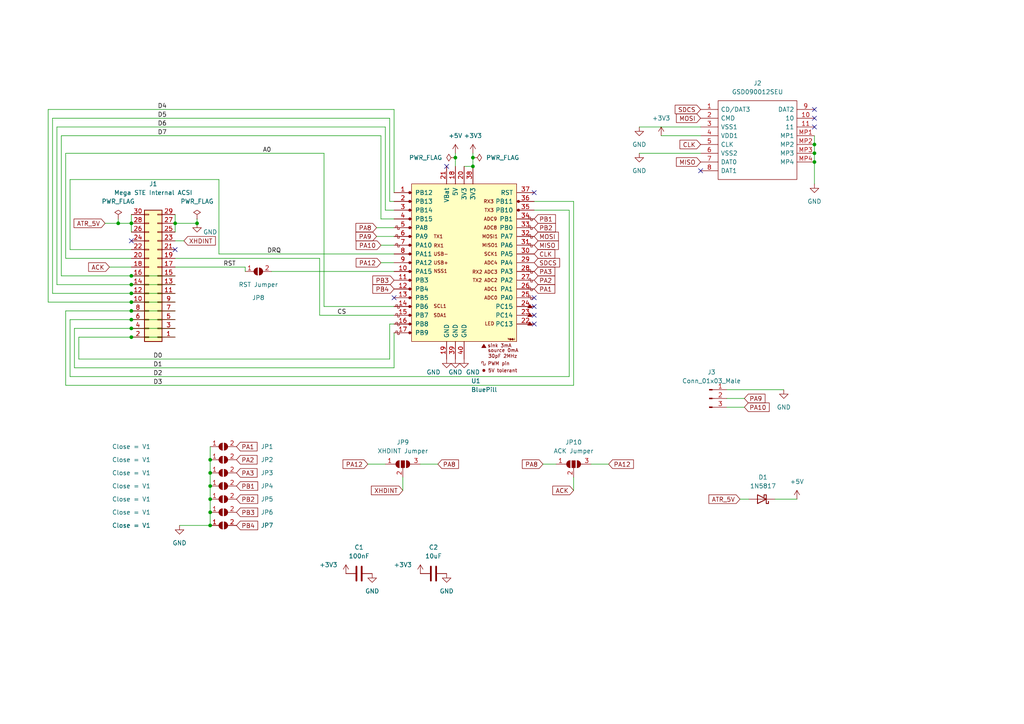
<source format=kicad_sch>
(kicad_sch (version 20211123) (generator eeschema)
  (paper "A4")
  (title_block (title "Atari Mega STE ACSI2STM Internal adapter") (date "2022-01-17") (rev "1.1") (company "SOJAVA"))
  (lib_symbols
    (symbol "Connector:Conn_01x03_Male" (pin_names (offset 1.016) hide)
      (property "Reference" "J" (at 0 5.08 0))
      (property "Value" "Conn_01x03_Male" (at 0 -5.08 0))
      (symbol "Conn_01x03_Male_1_1"
        (polyline (pts (xy 1.27 -2.54) (xy 0.8636 -2.54)) (stroke (width 0.1524)))
        (polyline (pts (xy 1.27 0) (xy 0.8636 0)) (stroke (width 0.1524)))
        (polyline (pts (xy 1.27 2.54) (xy 0.8636 2.54)) (stroke (width 0.1524)))
        (rectangle (start 0.8636 -2.413) (end 0 -2.667) (stroke (width 0.1524)) (fill (type outline)))
        (rectangle (start 0.8636 0.127) (end 0 -0.127) (stroke (width 0.1524)) (fill (type outline)))
        (rectangle (start 0.8636 2.667) (end 0 2.413) (stroke (width 0.1524)) (fill (type outline)))
        (pin passive line (at 5.08 2.54 180) (length 3.81) (name "Pin_1") (number "1"))
        (pin passive line (at 5.08 0 180) (length 3.81) (name "Pin_2") (number "2"))
        (pin passive line (at 5.08 -2.54 180) (length 3.81) (name "Pin_3") (number "3"))
      )
    )
    (symbol "Connector_Generic:Conn_02x15_Odd_Even" (pin_names (offset 1.016) hide)
      (property "Reference" "J" (at 1.27 20.32 0))
      (property "Value" "Conn_02x15_Odd_Even" (at 1.27 -20.32 0))
      (symbol "Conn_02x15_Odd_Even_1_1"
        (rectangle (start -1.27 -17.653) (end 0 -17.907) (stroke (width 0.1524)))
        (rectangle (start -1.27 -15.113) (end 0 -15.367) (stroke (width 0.1524)))
        (rectangle (start -1.27 -12.573) (end 0 -12.827) (stroke (width 0.1524)))
        (rectangle (start -1.27 -10.033) (end 0 -10.287) (stroke (width 0.1524)))
        (rectangle (start -1.27 -7.493) (end 0 -7.747) (stroke (width 0.1524)))
        (rectangle (start -1.27 -4.953) (end 0 -5.207) (stroke (width 0.1524)))
        (rectangle (start -1.27 -2.413) (end 0 -2.667) (stroke (width 0.1524)))
        (rectangle (start -1.27 0.127) (end 0 -0.127) (stroke (width 0.1524)))
        (rectangle (start -1.27 2.667) (end 0 2.413) (stroke (width 0.1524)))
        (rectangle (start -1.27 5.207) (end 0 4.953) (stroke (width 0.1524)))
        (rectangle (start -1.27 7.747) (end 0 7.493) (stroke (width 0.1524)))
        (rectangle (start -1.27 10.287) (end 0 10.033) (stroke (width 0.1524)))
        (rectangle (start -1.27 12.827) (end 0 12.573) (stroke (width 0.1524)))
        (rectangle (start -1.27 15.367) (end 0 15.113) (stroke (width 0.1524)))
        (rectangle (start -1.27 17.907) (end 0 17.653) (stroke (width 0.1524)))
        (rectangle (start -1.27 19.05) (end 3.81 -19.05) (stroke (width 0.254)) (fill (type background)))
        (rectangle (start 3.81 -17.653) (end 2.54 -17.907) (stroke (width 0.1524)))
        (rectangle (start 3.81 -15.113) (end 2.54 -15.367) (stroke (width 0.1524)))
        (rectangle (start 3.81 -12.573) (end 2.54 -12.827) (stroke (width 0.1524)))
        (rectangle (start 3.81 -10.033) (end 2.54 -10.287) (stroke (width 0.1524)))
        (rectangle (start 3.81 -7.493) (end 2.54 -7.747) (stroke (width 0.1524)))
        (rectangle (start 3.81 -4.953) (end 2.54 -5.207) (stroke (width 0.1524)))
        (rectangle (start 3.81 -2.413) (end 2.54 -2.667) (stroke (width 0.1524)))
        (rectangle (start 3.81 0.127) (end 2.54 -0.127) (stroke (width 0.1524)))
        (rectangle (start 3.81 2.667) (end 2.54 2.413) (stroke (width 0.1524)))
        (rectangle (start 3.81 5.207) (end 2.54 4.953) (stroke (width 0.1524)))
        (rectangle (start 3.81 7.747) (end 2.54 7.493) (stroke (width 0.1524)))
        (rectangle (start 3.81 10.287) (end 2.54 10.033) (stroke (width 0.1524)))
        (rectangle (start 3.81 12.827) (end 2.54 12.573) (stroke (width 0.1524)))
        (rectangle (start 3.81 15.367) (end 2.54 15.113) (stroke (width 0.1524)))
        (rectangle (start 3.81 17.907) (end 2.54 17.653) (stroke (width 0.1524)))
        (pin passive line (at -5.08 17.78 0) (length 3.81) (name "Pin_1") (number "1"))
        (pin passive line (at 7.62 7.62 180) (length 3.81) (name "Pin_10") (number "10"))
        (pin passive line (at -5.08 5.08 0) (length 3.81) (name "Pin_11") (number "11"))
        (pin passive line (at 7.62 5.08 180) (length 3.81) (name "Pin_12") (number "12"))
        (pin passive line (at -5.08 2.54 0) (length 3.81) (name "Pin_13") (number "13"))
        (pin passive line (at 7.62 2.54 180) (length 3.81) (name "Pin_14") (number "14"))
        (pin passive line (at -5.08 0 0) (length 3.81) (name "Pin_15") (number "15"))
        (pin passive line (at 7.62 0 180) (length 3.81) (name "Pin_16") (number "16"))
        (pin passive line (at -5.08 -2.54 0) (length 3.81) (name "Pin_17") (number "17"))
        (pin passive line (at 7.62 -2.54 180) (length 3.81) (name "Pin_18") (number "18"))
        (pin passive line (at -5.08 -5.08 0) (length 3.81) (name "Pin_19") (number "19"))
        (pin passive line (at 7.62 17.78 180) (length 3.81) (name "Pin_2") (number "2"))
        (pin passive line (at 7.62 -5.08 180) (length 3.81) (name "Pin_20") (number "20"))
        (pin passive line (at -5.08 -7.62 0) (length 3.81) (name "Pin_21") (number "21"))
        (pin passive line (at 7.62 -7.62 180) (length 3.81) (name "Pin_22") (number "22"))
        (pin passive line (at -5.08 -10.16 0) (length 3.81) (name "Pin_23") (number "23"))
        (pin passive line (at 7.62 -10.16 180) (length 3.81) (name "Pin_24") (number "24"))
        (pin passive line (at -5.08 -12.7 0) (length 3.81) (name "Pin_25") (number "25"))
        (pin passive line (at 7.62 -12.7 180) (length 3.81) (name "Pin_26") (number "26"))
        (pin passive line (at -5.08 -15.24 0) (length 3.81) (name "Pin_27") (number "27"))
        (pin passive line (at 7.62 -15.24 180) (length 3.81) (name "Pin_28") (number "28"))
        (pin passive line (at -5.08 -17.78 0) (length 3.81) (name "Pin_29") (number "29"))
        (pin passive line (at -5.08 15.24 0) (length 3.81) (name "Pin_3") (number "3"))
        (pin passive line (at 7.62 -17.78 180) (length 3.81) (name "Pin_30") (number "30"))
        (pin passive line (at 7.62 15.24 180) (length 3.81) (name "Pin_4") (number "4"))
        (pin passive line (at -5.08 12.7 0) (length 3.81) (name "Pin_5") (number "5"))
        (pin passive line (at 7.62 12.7 180) (length 3.81) (name "Pin_6") (number "6"))
        (pin passive line (at -5.08 10.16 0) (length 3.81) (name "Pin_7") (number "7"))
        (pin passive line (at 7.62 10.16 180) (length 3.81) (name "Pin_8") (number "8"))
        (pin passive line (at -5.08 7.62 0) (length 3.81) (name "Pin_9") (number "9"))
      )
    )
    (symbol "Device:C" (pin_numbers hide) (pin_names (offset 0.254))
      (property "Reference" "C" (at 0.635 2.54 0))
      (property "Value" "C" (at 0.635 -2.54 0))
      (symbol "C_0_1"
        (polyline (pts (xy -2.032 -0.762) (xy 2.032 -0.762)) (stroke (width 0.508)))
        (polyline (pts (xy -2.032 0.762) (xy 2.032 0.762)) (stroke (width 0.508)))
      )
      (symbol "C_1_1"
        (pin passive line (at 0 3.81 270) (length 2.794) (name "~") (number "1"))
        (pin passive line (at 0 -3.81 90) (length 2.794) (name "~") (number "2"))
      )
    )
    (symbol "Diode:1N5817" (pin_numbers hide) (pin_names (offset 1.016) hide)
      (property "Reference" "D" (at 0 2.54 0))
      (property "Value" "1N5817" (at 0 -2.54 0))
      (symbol "1N5817_0_1"
        (polyline (pts (xy 1.27 0) (xy -1.27 0)))
        (polyline (pts (xy 1.27 1.27) (xy 1.27 -1.27) (xy -1.27 0) (xy 1.27 1.27)) (stroke (width 0.254)))
        (polyline (pts (xy -1.905 0.635) (xy -1.905 1.27) (xy -1.27 1.27) (xy -1.27 -1.27) (xy -0.635 -1.27) (xy -0.635 -0.635)) (stroke (width 0.254)))
      )
      (symbol "1N5817_1_1"
        (pin passive line (at -3.81 0 0) (length 2.54) (name "K") (number "1"))
        (pin passive line (at 3.81 0 180) (length 2.54) (name "A") (number "2"))
      )
    )
    (symbol "Jumper:SolderJumper_2_Open" (pin_names (offset 0) hide)
      (property "Reference" "JP" (at 0 2.032 0))
      (property "Value" "SolderJumper_2_Open" (at 0 -2.54 0))
      (symbol "SolderJumper_2_Open_0_1"
        (arc (start -0.254 1.016) (mid -1.27 0) (end -0.254 -1.016))
        (arc (start -0.254 1.016) (mid -1.27 0) (end -0.254 -1.016) (fill (type outline)))
        (polyline (pts (xy -0.254 1.016) (xy -0.254 -1.016)))
        (polyline (pts (xy 0.254 1.016) (xy 0.254 -1.016)))
        (arc (start 0.254 -1.016) (mid 1.27 0) (end 0.254 1.016))
        (arc (start 0.254 -1.016) (mid 1.27 0) (end 0.254 1.016) (fill (type outline)))
      )
      (symbol "SolderJumper_2_Open_1_1"
        (pin passive line (at -3.81 0 0) (length 2.54) (name "A") (number "1"))
        (pin passive line (at 3.81 0 180) (length 2.54) (name "B") (number "2"))
      )
    )
    (symbol "Jumper:SolderJumper_3_Open" (pin_names (offset 0) hide)
      (property "Reference" "JP" (at -2.54 -2.54 0))
      (property "Value" "SolderJumper_3_Open" (at 0 2.794 0))
      (symbol "SolderJumper_3_Open_0_1"
        (arc (start -1.016 1.016) (mid -2.032 0) (end -1.016 -1.016))
        (arc (start -1.016 1.016) (mid -2.032 0) (end -1.016 -1.016) (fill (type outline)))
        (rectangle (start -0.508 1.016) (end 0.508 -1.016) (fill (type outline)))
        (polyline (pts (xy -2.54 0) (xy -2.032 0)))
        (polyline (pts (xy -1.016 1.016) (xy -1.016 -1.016)))
        (polyline (pts (xy 0 -1.27) (xy 0 -1.016)))
        (polyline (pts (xy 1.016 1.016) (xy 1.016 -1.016)))
        (polyline (pts (xy 2.54 0) (xy 2.032 0)))
        (arc (start 1.016 -1.016) (mid 2.032 0) (end 1.016 1.016))
        (arc (start 1.016 -1.016) (mid 2.032 0) (end 1.016 1.016) (fill (type outline)))
      )
      (symbol "SolderJumper_3_Open_1_1"
        (pin passive line (at -5.08 0 0) (length 2.54) (name "A") (number "1"))
        (pin passive line (at 0 -3.81 90) (length 2.54) (name "C") (number "2"))
        (pin passive line (at 5.08 0 180) (length 2.54) (name "B") (number "3"))
      )
    )
    (symbol "SamacSys_Parts:GSD090012SEU" (pin_names (offset 0.762))
      (property "Reference" "J" (at 29.21 7.62 0))
      (property "Value" "GSD090012SEU" (at 29.21 5.08 0))
      (symbol "GSD090012SEU_0_0"
        (pin passive line (at 0 0 0) (length 5.08) (name "CD/DAT3") (number "1"))
        (pin passive line (at 33.02 -2.54 180) (length 5.08) (name "10") (number "10"))
        (pin passive line (at 33.02 -5.08 180) (length 5.08) (name "11") (number "11"))
        (pin passive line (at 0 -2.54 0) (length 5.08) (name "CMD") (number "2"))
        (pin passive line (at 0 -5.08 0) (length 5.08) (name "VSS1") (number "3"))
        (pin passive line (at 0 -7.62 0) (length 5.08) (name "VDD1") (number "4"))
        (pin passive line (at 0 -10.16 0) (length 5.08) (name "CLK") (number "5"))
        (pin passive line (at 0 -12.7 0) (length 5.08) (name "VSS2") (number "6"))
        (pin passive line (at 0 -15.24 0) (length 5.08) (name "DAT0") (number "7"))
        (pin passive line (at 0 -17.78 0) (length 5.08) (name "DAT1") (number "8"))
        (pin passive line (at 33.02 0 180) (length 5.08) (name "DAT2") (number "9"))
        (pin passive line (at 33.02 -7.62 180) (length 5.08) (name "MP1") (number "MP1"))
        (pin passive line (at 33.02 -10.16 180) (length 5.08) (name "MP2") (number "MP2"))
        (pin passive line (at 33.02 -12.7 180) (length 5.08) (name "MP3") (number "MP3"))
        (pin passive line (at 33.02 -15.24 180) (length 5.08) (name "MP4") (number "MP4"))
      )
      (symbol "GSD090012SEU_0_1"
        (polyline (pts (xy 5.08 2.54) (xy 27.94 2.54) (xy 27.94 -20.32) (xy 5.08 -20.32) (xy 5.08 2.54)) (stroke (width 0.1524)))
      )
    )
    (symbol "SolderJumper_3_Open_1" (pin_names (offset 0) hide)
      (property "Reference" "JP" (at -2.54 -2.54 0))
      (property "Value" "SolderJumper_3_Open_1" (at 0 2.794 0))
      (symbol "SolderJumper_3_Open_1_0_1"
        (arc (start -1.016 1.016) (mid -2.032 0) (end -1.016 -1.016))
        (arc (start -1.016 1.016) (mid -2.032 0) (end -1.016 -1.016) (fill (type outline)))
        (rectangle (start -0.508 1.016) (end 0.508 -1.016) (fill (type outline)))
        (polyline (pts (xy -2.54 0) (xy -2.032 0)))
        (polyline (pts (xy -1.016 1.016) (xy -1.016 -1.016)))
        (polyline (pts (xy 0 -1.27) (xy 0 -1.016)))
        (polyline (pts (xy 1.016 1.016) (xy 1.016 -1.016)))
        (polyline (pts (xy 2.54 0) (xy 2.032 0)))
        (arc (start 1.016 -1.016) (mid 2.032 0) (end 1.016 1.016))
        (arc (start 1.016 -1.016) (mid 2.032 0) (end 1.016 1.016) (fill (type outline)))
      )
      (symbol "SolderJumper_3_Open_1_1_1"
        (pin passive line (at -5.08 0 0) (length 2.54) (name "A") (number "1"))
        (pin passive line (at 0 -3.81 90) (length 2.54) (name "C") (number "2"))
        (pin passive line (at 5.08 0 180) (length 2.54) (name "B") (number "3"))
      )
    )
    (symbol "YAAJ_BluePill:YAAJ_BluePill" (pin_names (offset 1.016))
      (property "Reference" "U" (at -13.97 24.13 0))
      (property "Value" "YAAJ_BluePill" (at 0 6.35 90))
      (symbol "YAAJ_BluePill_0_0"
        (circle (center -15.748 -20.32) (radius 0.3556) (fill (type outline)))
        (circle (center -15.748 -17.78) (radius 0.3556) (fill (type outline)))
        (circle (center -15.748 -15.24) (radius 0.3556) (fill (type outline)))
        (circle (center -15.748 -12.7) (radius 0.3556) (fill (type outline)))
        (circle (center -15.748 -10.16) (radius 0.3556) (fill (type outline)))
        (circle (center -15.748 -7.62) (radius 0.3556) (fill (type outline)))
        (circle (center -15.748 -5.08) (radius 0.3556) (fill (type outline)))
        (circle (center -15.748 -2.54) (radius 0.3556) (fill (type outline)))
        (circle (center -15.748 0) (radius 0.3556) (fill (type outline)))
        (circle (center -15.748 2.54) (radius 0.3556) (fill (type outline)))
        (circle (center -15.748 5.08) (radius 0.3556) (fill (type outline)))
        (circle (center -15.748 7.62) (radius 0.3556) (fill (type outline)))
        (circle (center -15.748 10.16) (radius 0.3556) (fill (type outline)))
        (circle (center -15.748 12.7) (radius 0.3556) (fill (type outline)))
        (circle (center -15.748 15.24) (radius 0.3556) (fill (type outline)))
        (circle (center -15.748 20.32) (radius 0.3556) (fill (type outline)))
        (polyline (pts (xy 5.08 -24.638) (xy 5.715 -23.622) (xy 6.35 -24.638) (xy 5.08 -24.638) (xy 5.715 -23.749) (xy 6.223 -24.638) (xy 5.207 -24.511) (xy 5.715 -23.876) (xy 6.096 -24.638) (xy 5.334 -24.384) (xy 5.842 -24.003) (xy 5.969 -24.638) (xy 5.461 -24.257) (xy 5.969 -24.13) (xy 5.842 -24.511) (xy 5.588 -24.257) (xy 5.842 -24.384) (xy 5.715 -24.13)))
        (polyline (pts (xy 18.415 -18.161) (xy 19.05 -17.145) (xy 19.685 -18.161) (xy 18.415 -18.161) (xy 19.05 -17.272) (xy 19.558 -18.161) (xy 18.542 -18.034) (xy 19.05 -17.399) (xy 19.431 -18.161) (xy 18.669 -17.907) (xy 19.177 -17.526) (xy 19.304 -18.161) (xy 18.796 -17.78) (xy 19.304 -17.653) (xy 19.177 -18.034) (xy 18.923 -17.78) (xy 19.177 -17.907) (xy 19.05 -17.653)))
        (polyline (pts (xy 18.415 -15.621) (xy 19.05 -14.605) (xy 19.685 -15.621) (xy 18.415 -15.621) (xy 19.05 -14.732) (xy 19.558 -15.621) (xy 18.542 -15.494) (xy 19.05 -14.859) (xy 19.431 -15.621) (xy 18.669 -15.367) (xy 19.177 -14.986) (xy 19.304 -15.621) (xy 18.796 -15.24) (xy 19.304 -15.113) (xy 19.177 -15.494) (xy 18.923 -15.24) (xy 19.177 -15.367) (xy 19.05 -15.113)))
        (polyline (pts (xy 18.415 -13.081) (xy 19.05 -12.065) (xy 19.685 -13.081) (xy 18.415 -13.081) (xy 19.05 -12.192) (xy 19.558 -13.081) (xy 18.542 -12.954) (xy 19.05 -12.319) (xy 19.431 -13.081) (xy 18.669 -12.827) (xy 19.177 -12.446) (xy 19.304 -13.081) (xy 18.796 -12.7) (xy 19.304 -12.573) (xy 19.177 -12.954) (xy 18.923 -12.7) (xy 19.177 -12.827) (xy 19.05 -12.573)))
        (circle (center 5.715 -31.242) (radius 0.127) (fill (type outline)))
        (circle (center 5.715 -31.242) (radius 0.254))
        (circle (center 5.715 -31.242) (radius 0.3556))
        (circle (center 15.748 15.24) (radius 0.254) (fill (type outline)))
        (circle (center 15.748 15.24) (radius 0.3556))
        (circle (center 15.748 17.78) (radius 0.254) (fill (type outline)))
        (circle (center 15.748 17.78) (radius 0.3556))
        (text "30pF 2MHz" (at 11.176 -27.051 0) (effects (font (size 0.9906 0.9906))))
        (text "5V tolerant" (at 11.176 -31.242 0) (effects (font (size 0.9906 0.9906))))
        (text "ADC0" (at 7.747 -10.16 0) (effects (font (size 0.9906 0.9906))))
        (text "ADC1" (at 7.747 -7.62 0) (effects (font (size 0.9906 0.9906))))
        (text "ADC2" (at 7.747 -5.08 0) (effects (font (size 0.9906 0.9906))))
        (text "ADC3" (at 7.747 -2.667 0) (effects (font (size 0.9906 0.9906))))
        (text "ADC4" (at 7.747 0 0) (effects (font (size 0.9906 0.9906))))
        (text "ADC8" (at 7.62 10.16 0) (effects (font (size 0.9906 0.9906))))
        (text "ADC9" (at 7.62 12.7 0) (effects (font (size 0.9906 0.9906))))
        (text "LED" (at 7.366 -17.653 0) (effects (font (size 0.9906 0.9906))))
        (text "MISO1" (at 7.493 5.08 0) (effects (font (size 0.9906 0.9906))))
        (text "MOSI1" (at 7.493 7.62 0) (effects (font (size 0.9906 0.9906))))
        (text "NSS1" (at -6.858 -2.413 0) (effects (font (size 0.9906 0.9906))))
        (text "PWM pin" (at 10.033 -29.21 0) (effects (font (size 0.9906 0.9906))))
        (text "RX1" (at -7.366 4.953 0) (effects (font (size 0.9906 0.9906))))
        (text "RX2" (at 3.81 -2.667 0) (effects (font (size 0.9906 0.9906))))
        (text "RX3" (at 7.112 17.78 0) (effects (font (size 0.9906 0.9906))))
        (text "SCK1" (at 7.747 2.54 0) (effects (font (size 0.9906 0.9906))))
        (text "SCL1" (at -6.985 -12.573 0) (effects (font (size 0.9906 0.9906))))
        (text "SDA1" (at -6.985 -15.24 0) (effects (font (size 0.9906 0.9906))))
        (text "sink 3mA" (at 10.287 -24.003 0) (effects (font (size 0.9906 0.9906))))
        (text "source 0mA" (at 11.303 -25.4 0) (effects (font (size 0.9906 0.9906))))
        (text "TX1" (at -7.493 7.62 0) (effects (font (size 0.9906 0.9906))))
        (text "TX2" (at 3.81 -5.08 0) (effects (font (size 0.9906 0.9906))))
        (text "TX3" (at 7.239 15.24 0) (effects (font (size 0.9906 0.9906))))
        (text "USB+" (at -6.731 0 0) (effects (font (size 0.9906 0.9906))))
        (text "USB-" (at -6.731 2.54 0) (effects (font (size 0.9906 0.9906))))
        (text "Y@@J" (at 13.6906 -22.1488 0) (effects (font (size 0.508 0.508))))
      )
      (symbol "YAAJ_BluePill_0_1"
        (rectangle (start -15.24 22.86) (end 15.24 -22.86) (fill (type background)))
        (polyline (pts (xy -18.796 -20.32) (xy -18.796 -20.828) (xy -19.304 -20.828) (xy -19.304 -19.812) (xy -19.812 -19.812) (xy -19.812 -20.32)))
        (polyline (pts (xy -18.796 -17.78) (xy -18.796 -18.288) (xy -19.304 -18.288) (xy -19.304 -17.272) (xy -19.812 -17.272) (xy -19.812 -17.78)))
        (polyline (pts (xy -18.796 -15.24) (xy -18.796 -15.748) (xy -19.304 -15.748) (xy -19.304 -14.732) (xy -19.812 -14.732) (xy -19.812 -15.24)))
        (polyline (pts (xy -18.796 -12.7) (xy -18.796 -13.208) (xy -19.304 -13.208) (xy -19.304 -12.192) (xy -19.812 -12.192) (xy -19.812 -12.7)))
        (polyline (pts (xy -18.796 5.08) (xy -18.796 4.572) (xy -19.304 4.572) (xy -19.304 5.588) (xy -19.812 5.588) (xy -19.812 5.08)))
        (polyline (pts (xy -18.796 7.62) (xy -18.796 7.112) (xy -19.304 7.112) (xy -19.304 8.128) (xy -19.812 8.128) (xy -19.812 7.62)))
        (polyline (pts (xy -18.796 10.16) (xy -18.796 9.652) (xy -19.304 9.652) (xy -19.304 10.668) (xy -19.812 10.668) (xy -19.812 10.16)))
        (polyline (pts (xy 6.096 -29.21) (xy 6.096 -29.718) (xy 5.588 -29.718) (xy 5.588 -28.702) (xy 5.08 -28.702) (xy 5.08 -29.21)))
        (polyline (pts (xy 19.812 -10.16) (xy 19.812 -10.668) (xy 19.304 -10.668) (xy 19.304 -9.652) (xy 18.796 -9.652) (xy 18.796 -10.16)))
        (polyline (pts (xy 19.812 -7.62) (xy 19.812 -8.128) (xy 19.304 -8.128) (xy 19.304 -7.112) (xy 18.796 -7.112) (xy 18.796 -7.62)))
        (polyline (pts (xy 19.812 -5.08) (xy 19.812 -5.588) (xy 19.304 -5.588) (xy 19.304 -4.572) (xy 18.796 -4.572) (xy 18.796 -5.08)))
        (polyline (pts (xy 19.812 -2.54) (xy 19.812 -3.048) (xy 19.304 -3.048) (xy 19.304 -2.032) (xy 18.796 -2.032) (xy 18.796 -2.54)))
        (polyline (pts (xy 19.812 5.08) (xy 19.812 4.572) (xy 19.304 4.572) (xy 19.304 5.588) (xy 18.796 5.588) (xy 18.796 5.08)))
        (polyline (pts (xy 19.812 7.62) (xy 19.812 7.112) (xy 19.304 7.112) (xy 19.304 8.128) (xy 18.796 8.128) (xy 18.796 7.62)))
        (polyline (pts (xy 19.812 10.16) (xy 19.812 9.652) (xy 19.304 9.652) (xy 19.304 10.668) (xy 18.796 10.668) (xy 18.796 10.16)))
        (polyline (pts (xy 19.812 12.7) (xy 19.812 12.192) (xy 19.304 12.192) (xy 19.304 13.208) (xy 18.796 13.208) (xy 18.796 12.7)))
      )
      (symbol "YAAJ_BluePill_1_1"
        (circle (center -15.748 17.78) (radius 0.3556) (fill (type outline)))
        (pin bidirectional line (at -20.32 20.32 0) (length 5.08) (name "PB12") (number "1"))
        (pin bidirectional line (at -20.32 -2.54 0) (length 5.08) (name "PA15") (number "10"))
        (pin bidirectional line (at -20.32 -5.08 0) (length 5.08) (name "PB3") (number "11"))
        (pin bidirectional line (at -20.32 -7.62 0) (length 5.08) (name "PB4") (number "12"))
        (pin bidirectional line (at -20.32 -10.16 0) (length 5.08) (name "PB5") (number "13"))
        (pin bidirectional line (at -20.32 -12.7 0) (length 5.08) (name "PB6") (number "14"))
        (pin bidirectional line (at -20.32 -15.24 0) (length 5.08) (name "PB7") (number "15"))
        (pin bidirectional line (at -20.32 -17.78 0) (length 5.08) (name "PB8") (number "16"))
        (pin bidirectional line (at -20.32 -20.32 0) (length 5.08) (name "PB9") (number "17"))
        (pin power_in line (at -2.54 27.94 270) (length 5.08) (name "5V") (number "18"))
        (pin power_in line (at -5.08 -27.94 90) (length 5.08) (name "GND") (number "19"))
        (pin bidirectional line (at -20.32 17.78 0) (length 5.08) (name "PB13") (number "2"))
        (pin power_in line (at 0 27.94 270) (length 5.08) (name "3V3") (number "20"))
        (pin power_in line (at -5.08 27.94 270) (length 5.08) (name "VBat") (number "21"))
        (pin bidirectional line (at 20.32 -17.78 180) (length 5.08) (name "PC13") (number "22"))
        (pin bidirectional line (at 20.32 -15.24 180) (length 5.08) (name "PC14") (number "23"))
        (pin bidirectional line (at 20.32 -12.7 180) (length 5.08) (name "PC15") (number "24"))
        (pin bidirectional line (at 20.32 -10.16 180) (length 5.08) (name "PA0") (number "25"))
        (pin bidirectional line (at 20.32 -7.62 180) (length 5.08) (name "PA1") (number "26"))
        (pin bidirectional line (at 20.32 -5.08 180) (length 5.08) (name "PA2") (number "27"))
        (pin bidirectional line (at 20.32 -2.54 180) (length 5.08) (name "PA3") (number "28"))
        (pin bidirectional line (at 20.32 0 180) (length 5.08) (name "PA4") (number "29"))
        (pin bidirectional line (at -20.32 15.24 0) (length 5.08) (name "PB14") (number "3"))
        (pin bidirectional line (at 20.32 2.54 180) (length 5.08) (name "PA5") (number "30"))
        (pin bidirectional line (at 20.32 5.08 180) (length 5.08) (name "PA6") (number "31"))
        (pin bidirectional line (at 20.32 7.62 180) (length 5.08) (name "PA7") (number "32"))
        (pin bidirectional line (at 20.32 10.16 180) (length 5.08) (name "PB0") (number "33"))
        (pin bidirectional line (at 20.32 12.7 180) (length 5.08) (name "PB1") (number "34"))
        (pin bidirectional line (at 20.32 15.24 180) (length 5.08) (name "PB10") (number "35"))
        (pin bidirectional line (at 20.32 17.78 180) (length 5.08) (name "PB11") (number "36"))
        (pin input line (at 20.32 20.32 180) (length 5.08) (name "RST") (number "37"))
        (pin power_in line (at 2.54 27.94 270) (length 5.08) (name "3V3") (number "38"))
        (pin power_in line (at -2.54 -27.94 90) (length 5.08) (name "GND") (number "39"))
        (pin bidirectional line (at -20.32 12.7 0) (length 5.08) (name "PB15") (number "4"))
        (pin power_in line (at 0 -27.94 90) (length 5.08) (name "GND") (number "40"))
        (pin bidirectional line (at -20.32 10.16 0) (length 5.08) (name "PA8") (number "5"))
        (pin bidirectional line (at -20.32 7.62 0) (length 5.08) (name "PA9") (number "6"))
        (pin bidirectional line (at -20.32 5.08 0) (length 5.08) (name "PA10") (number "7"))
        (pin bidirectional line (at -20.32 2.54 0) (length 5.08) (name "PA11") (number "8"))
        (pin bidirectional line (at -20.32 0 0) (length 5.08) (name "PA12") (number "9"))
      )
    )
    (symbol "power:+3V3" (power) (pin_names (offset 0))
      (property "Value" "+3V3" (at 0 3.556 0))
      (symbol "+3V3_0_1"
        (polyline (pts (xy -0.762 1.27) (xy 0 2.54)))
        (polyline (pts (xy 0 0) (xy 0 2.54)))
        (polyline (pts (xy 0 2.54) (xy 0.762 1.27)))
      )
      (symbol "+3V3_1_1"
        (pin power_in line (at 0 0 90) (length 0) hide (name "+3V3") (number "1"))
      )
    )
    (symbol "power:+5V" (power) (pin_names (offset 0))
      (property "Value" "+5V" (at 0 3.556 0))
      (symbol "+5V_0_1"
        (polyline (pts (xy -0.762 1.27) (xy 0 2.54)))
        (polyline (pts (xy 0 0) (xy 0 2.54)))
        (polyline (pts (xy 0 2.54) (xy 0.762 1.27)))
      )
      (symbol "+5V_1_1"
        (pin power_in line (at 0 0 90) (length 0) hide (name "+5V") (number "1"))
      )
    )
    (symbol "power:GND" (power) (pin_names (offset 0))
      (property "Value" "GND" (at 0 -3.81 0))
      (symbol "GND_0_1"
        (polyline (pts (xy 0 0) (xy 0 -1.27) (xy 1.27 -1.27) (xy 0 -2.54) (xy -1.27 -1.27) (xy 0 -1.27)))
      )
      (symbol "GND_1_1"
        (pin power_in line (at 0 0 270) (length 0) hide (name "GND") (number "1"))
      )
    )
    (symbol "power:PWR_FLAG" (power) (pin_numbers hide) (pin_names (offset 0) hide)
      (property "Value" "PWR_FLAG" (at 0 3.81 0))
      (symbol "PWR_FLAG_0_0"
        (pin power_out line (at 0 0 90) (length 0) (name "pwr") (number "1"))
      )
      (symbol "PWR_FLAG_0_1"
        (polyline (pts (xy 0 0) (xy 0 1.27) (xy -1.016 1.905) (xy 0 2.54) (xy 1.016 1.905) (xy 0 1.27)))
      )
    )
  )
  (junction (at 60.96 152.4))
  (junction (at 38.1 95.25))
  (junction (at 38.1 92.71))
  (junction (at 60.96 133.35))
  (junction (at 38.1 97.79))
  (junction (at 236.22 46.99))
  (junction (at 60.96 140.97))
  (junction (at 50.8 64.77))
  (junction (at 60.96 148.59))
  (junction (at 60.96 137.16))
  (junction (at 236.22 44.45))
  (junction (at 236.22 41.91))
  (junction (at 38.1 82.55))
  (junction (at 60.96 144.78))
  (junction (at 38.1 87.63))
  (junction (at 57.15 64.77))
  (junction (at 137.16 48.26))
  (junction (at 34.29 64.77))
  (junction (at 137.16 45.72))
  (junction (at 38.1 64.77))
  (junction (at 132.08 45.72))
  (junction (at 38.1 90.17))
  (junction (at 38.1 80.01))
  (junction (at 38.1 85.09))
  (no_connect (at 236.22 34.29))
  (no_connect (at 236.22 36.83))
  (no_connect (at 114.3 86.36))
  (no_connect (at 154.94 93.98))
  (no_connect (at 154.94 86.36))
  (no_connect (at 154.94 88.9))
  (no_connect (at 154.94 91.44))
  (no_connect (at 129.54 48.26))
  (no_connect (at 203.2 49.53))
  (no_connect (at 236.22 31.75))
  (no_connect (at 154.94 55.88))
  (no_connect (at 38.1 69.85))
  (no_connect (at 50.8 72.39))
  (wire (pts (xy 154.94 58.42) (xy 166.37 58.42)))
  (wire (pts (xy 20.32 72.39) (xy 38.1 72.39)))
  (wire (pts (xy 60.96 133.35) (xy 60.96 137.16)))
  (wire (pts (xy 13.97 87.63) (xy 38.1 87.63)))
  (wire (pts (xy 114.3 73.66) (xy 63.5 73.66)))
  (wire (pts (xy 111.76 60.96) (xy 111.76 36.83)))
  (wire (pts (xy 60.96 129.54) (xy 60.96 133.35)))
  (wire (pts (xy 236.22 41.91) (xy 236.22 44.45)))
  (wire (pts (xy 60.96 137.16) (xy 60.96 140.97)))
  (wire (pts (xy 113.03 58.42) (xy 114.3 58.42)))
  (wire (pts (xy 114.3 88.9) (xy 93.98 88.9)))
  (wire (pts (xy 132.08 45.72) (xy 132.08 48.26)))
  (wire (pts (xy 191.77 39.37) (xy 203.2 39.37)))
  (wire (pts (xy 110.49 76.2) (xy 114.3 76.2)))
  (wire (pts (xy 236.22 46.99) (xy 236.22 53.34)))
  (wire (pts (xy 113.03 93.98) (xy 113.03 104.14)))
  (wire (pts (xy 93.98 44.45) (xy 19.05 44.45)))
  (wire (pts (xy 137.16 44.45) (xy 137.16 45.72)))
  (wire (pts (xy 71.12 77.47) (xy 71.12 78.74)))
  (wire (pts (xy 109.22 68.58) (xy 114.3 68.58)))
  (wire (pts (xy 166.37 58.42) (xy 166.37 111.76)))
  (wire (pts (xy 38.1 87.63) (xy 50.8 87.63)))
  (wire (pts (xy 13.97 31.75) (xy 13.97 87.63)))
  (wire (pts (xy 21.59 106.68) (xy 21.59 95.25)))
  (wire (pts (xy 113.03 34.29) (xy 113.03 58.42)))
  (wire (pts (xy 50.8 74.93) (xy 92.71 74.93)))
  (wire (pts (xy 114.3 96.52) (xy 114.3 106.68)))
  (wire (pts (xy 21.59 95.25) (xy 38.1 95.25)))
  (wire (pts (xy 110.49 71.12) (xy 114.3 71.12)))
  (wire (pts (xy 132.08 44.45) (xy 132.08 45.72)))
  (wire (pts (xy 60.96 144.78) (xy 60.96 148.59)))
  (wire (pts (xy 38.1 95.25) (xy 50.8 95.25)))
  (wire (pts (xy 15.24 34.29) (xy 15.24 85.09)))
  (wire (pts (xy 121.92 134.62) (xy 127 134.62)))
  (wire (pts (xy 165.1 109.22) (xy 20.32 109.22)))
  (wire (pts (xy 60.96 140.97) (xy 60.96 144.78)))
  (wire (pts (xy 31.75 77.47) (xy 38.1 77.47)))
  (wire (pts (xy 13.97 31.75) (xy 114.3 31.75)))
  (wire (pts (xy 137.16 45.72) (xy 137.16 48.26)))
  (wire (pts (xy 166.37 111.76) (xy 19.05 111.76)))
  (wire (pts (xy 15.24 85.09) (xy 38.1 85.09)))
  (wire (pts (xy 93.98 88.9) (xy 93.98 44.45)))
  (wire (pts (xy 34.29 64.77) (xy 38.1 64.77)))
  (wire (pts (xy 16.51 36.83) (xy 16.51 82.55)))
  (wire (pts (xy 19.05 111.76) (xy 19.05 90.17)))
  (wire (pts (xy 224.79 144.78) (xy 231.14 144.78)))
  (wire (pts (xy 134.62 48.26) (xy 137.16 48.26)))
  (wire (pts (xy 20.32 52.07) (xy 20.32 72.39)))
  (wire (pts (xy 210.82 115.57) (xy 215.9 115.57)))
  (wire (pts (xy 22.86 97.79) (xy 38.1 97.79)))
  (wire (pts (xy 113.03 104.14) (xy 22.86 104.14)))
  (wire (pts (xy 185.42 36.83) (xy 203.2 36.83)))
  (wire (pts (xy 111.76 36.83) (xy 16.51 36.83)))
  (wire (pts (xy 210.82 118.11) (xy 215.9 118.11)))
  (wire (pts (xy 19.05 90.17) (xy 38.1 90.17)))
  (wire (pts (xy 34.29 63.5) (xy 34.29 64.77)))
  (wire (pts (xy 16.51 82.55) (xy 38.1 82.55)))
  (wire (pts (xy 57.15 63.5) (xy 57.15 64.77)))
  (wire (pts (xy 38.1 80.01) (xy 50.8 80.01)))
  (wire (pts (xy 63.5 52.07) (xy 20.32 52.07)))
  (wire (pts (xy 214.63 144.78) (xy 217.17 144.78)))
  (wire (pts (xy 22.86 104.14) (xy 22.86 97.79)))
  (wire (pts (xy 114.3 60.96) (xy 111.76 60.96)))
  (wire (pts (xy 210.82 113.03) (xy 227.33 113.03)))
  (wire (pts (xy 116.84 138.43) (xy 116.84 142.24)))
  (wire (pts (xy 38.1 64.77) (xy 38.1 67.31)))
  (wire (pts (xy 171.45 134.62) (xy 176.53 134.62)))
  (wire (pts (xy 19.05 74.93) (xy 38.1 74.93)))
  (wire (pts (xy 19.05 44.45) (xy 19.05 74.93)))
  (wire (pts (xy 38.1 85.09) (xy 50.8 85.09)))
  (wire (pts (xy 106.68 134.62) (xy 111.76 134.62)))
  (wire (pts (xy 20.32 92.71) (xy 38.1 92.71)))
  (wire (pts (xy 38.1 92.71) (xy 50.8 92.71)))
  (wire (pts (xy 236.22 44.45) (xy 236.22 46.99)))
  (wire (pts (xy 114.3 106.68) (xy 21.59 106.68)))
  (wire (pts (xy 50.8 64.77) (xy 57.15 64.77)))
  (wire (pts (xy 38.1 82.55) (xy 50.8 82.55)))
  (wire (pts (xy 38.1 90.17) (xy 50.8 90.17)))
  (wire (pts (xy 50.8 77.47) (xy 71.12 77.47)))
  (wire (pts (xy 30.48 64.77) (xy 34.29 64.77)))
  (wire (pts (xy 109.22 66.04) (xy 114.3 66.04)))
  (wire (pts (xy 92.71 91.44) (xy 114.3 91.44)))
  (wire (pts (xy 114.3 78.74) (xy 78.74 78.74)))
  (wire (pts (xy 15.24 34.29) (xy 113.03 34.29)))
  (wire (pts (xy 52.07 152.4) (xy 60.96 152.4)))
  (wire (pts (xy 166.37 138.43) (xy 166.37 142.24)))
  (wire (pts (xy 114.3 93.98) (xy 113.03 93.98)))
  (wire (pts (xy 38.1 97.79) (xy 50.8 97.79)))
  (wire (pts (xy 60.96 148.59) (xy 60.96 152.4)))
  (wire (pts (xy 50.8 62.23) (xy 50.8 64.77)))
  (wire (pts (xy 185.42 44.45) (xy 203.2 44.45)))
  (wire (pts (xy 114.3 31.75) (xy 114.3 55.88)))
  (wire (pts (xy 114.3 63.5) (xy 110.49 63.5)))
  (wire (pts (xy 236.22 39.37) (xy 236.22 41.91)))
  (wire (pts (xy 17.78 39.37) (xy 17.78 80.01)))
  (wire (pts (xy 154.94 60.96) (xy 165.1 60.96)))
  (wire (pts (xy 50.8 69.85) (xy 53.34 69.85)))
  (wire (pts (xy 63.5 73.66) (xy 63.5 52.07)))
  (wire (pts (xy 92.71 91.44) (xy 92.71 74.93)))
  (wire (pts (xy 165.1 60.96) (xy 165.1 109.22)))
  (wire (pts (xy 17.78 80.01) (xy 38.1 80.01)))
  (wire (pts (xy 38.1 62.23) (xy 38.1 64.77)))
  (wire (pts (xy 157.48 134.62) (xy 161.29 134.62)))
  (wire (pts (xy 50.8 64.77) (xy 50.8 67.31)))
  (wire (pts (xy 110.49 39.37) (xy 17.78 39.37)))
  (wire (pts (xy 110.49 63.5) (xy 110.49 39.37)))
  (wire (pts (xy 20.32 109.22) (xy 20.32 92.71)))
  (label "D4" (at 45.72 31.75 0))
  (label "DRQ" (at 77.47 73.66 0))
  (label "A0" (at 76.2 44.45 0))
  (label "D6" (at 45.72 36.83 0))
  (label "D2" (at 44.45 109.22 0))
  (label "CS" (at 97.79 91.44 0))
  (label "D7" (at 45.72 39.37 0))
  (label "D0" (at 44.45 104.14 0))
  (label "D3" (at 44.45 111.76 0))
  (label "D1" (at 44.45 106.68 0))
  (label "D5" (at 45.72 34.29 0))
  (label "RST" (at 64.77 77.47 0))
  (global_label "SDCS" (shape input) (at 154.94 76.2 0) (property "Intersheet References" "${INTERSHEET_REFS}" (effects hide)))
  (global_label "PA9" (shape input) (at 215.9 115.57 0) (property "Intersheet References" "${INTERSHEET_REFS}" (effects hide)))
  (global_label "PB1" (shape input) (at 68.58 140.97 0) (property "Intersheet References" "${INTERSHEET_REFS}" (effects hide)))
  (global_label "PB2" (shape input) (at 154.94 66.04 0) (property "Intersheet References" "${INTERSHEET_REFS}" (effects hide)))
  (global_label "ATR_5V" (shape input) (at 30.48 64.77 180) (property "Intersheet References" "${INTERSHEET_REFS}" (effects hide)))
  (global_label "PB3" (shape input) (at 114.3 81.28 180) (property "Intersheet References" "${INTERSHEET_REFS}" (effects hide)))
  (global_label "ACK" (shape input) (at 166.37 142.24 180) (property "Intersheet References" "${INTERSHEET_REFS}" (effects hide)))
  (global_label "PB1" (shape input) (at 154.94 63.5 0) (property "Intersheet References" "${INTERSHEET_REFS}" (effects hide)))
  (global_label "PA1" (shape input) (at 154.94 83.82 0) (property "Intersheet References" "${INTERSHEET_REFS}" (effects hide)))
  (global_label "PA9" (shape input) (at 109.22 68.58 180) (property "Intersheet References" "${INTERSHEET_REFS}" (effects hide)))
  (global_label "MISO" (shape input) (at 154.94 71.12 0) (property "Intersheet References" "${INTERSHEET_REFS}" (effects hide)))
  (global_label "MOSI" (shape input) (at 203.2 34.29 180) (property "Intersheet References" "${INTERSHEET_REFS}" (effects hide)))
  (global_label "PB3" (shape input) (at 68.58 148.59 0) (property "Intersheet References" "${INTERSHEET_REFS}" (effects hide)))
  (global_label "MOSI" (shape input) (at 154.94 68.58 0) (property "Intersheet References" "${INTERSHEET_REFS}" (effects hide)))
  (global_label "CLK" (shape input) (at 203.2 41.91 180) (property "Intersheet References" "${INTERSHEET_REFS}" (effects hide)))
  (global_label "PA12" (shape input) (at 176.53 134.62 0) (property "Intersheet References" "${INTERSHEET_REFS}" (effects hide)))
  (global_label "CLK" (shape input) (at 154.94 73.66 0) (property "Intersheet References" "${INTERSHEET_REFS}" (effects hide)))
  (global_label "PA2" (shape input) (at 154.94 81.28 0) (property "Intersheet References" "${INTERSHEET_REFS}" (effects hide)))
  (global_label "PA12" (shape input) (at 106.68 134.62 180) (property "Intersheet References" "${INTERSHEET_REFS}" (effects hide)))
  (global_label "PA8" (shape input) (at 109.22 66.04 180) (property "Intersheet References" "${INTERSHEET_REFS}" (effects hide)))
  (global_label "PA1" (shape input) (at 68.58 129.54 0) (property "Intersheet References" "${INTERSHEET_REFS}" (effects hide)))
  (global_label "PA10" (shape input) (at 110.49 71.12 180) (property "Intersheet References" "${INTERSHEET_REFS}" (effects hide)))
  (global_label "PA3" (shape input) (at 154.94 78.74 0) (property "Intersheet References" "${INTERSHEET_REFS}" (effects hide)))
  (global_label "PA10" (shape input) (at 215.9 118.11 0) (property "Intersheet References" "${INTERSHEET_REFS}" (effects hide)))
  (global_label "SDCS" (shape input) (at 203.2 31.75 180) (property "Intersheet References" "${INTERSHEET_REFS}" (effects hide)))
  (global_label "PB4" (shape input) (at 114.3 83.82 180) (property "Intersheet References" "${INTERSHEET_REFS}" (effects hide)))
  (global_label "PA8" (shape input) (at 157.48 134.62 180) (property "Intersheet References" "${INTERSHEET_REFS}" (effects hide)))
  (global_label "PB4" (shape input) (at 68.58 152.4 0) (property "Intersheet References" "${INTERSHEET_REFS}" (effects hide)))
  (global_label "PA3" (shape input) (at 68.58 137.16 0) (property "Intersheet References" "${INTERSHEET_REFS}" (effects hide)))
  (global_label "ACK" (shape input) (at 31.75 77.47 180) (property "Intersheet References" "${INTERSHEET_REFS}" (effects hide)))
  (global_label "PB2" (shape input) (at 68.58 144.78 0) (property "Intersheet References" "${INTERSHEET_REFS}" (effects hide)))
  (global_label "PA8" (shape input) (at 127 134.62 0) (property "Intersheet References" "${INTERSHEET_REFS}" (effects hide)))
  (global_label "XHDINT" (shape input) (at 53.34 69.85 0) (property "Intersheet References" "${INTERSHEET_REFS}" (effects hide)))
  (global_label "MISO" (shape input) (at 203.2 46.99 180) (property "Intersheet References" "${INTERSHEET_REFS}" (effects hide)))
  (global_label "XHDINT" (shape input) (at 116.84 142.24 180) (property "Intersheet References" "${INTERSHEET_REFS}" (effects hide)))
  (global_label "PA2" (shape input) (at 68.58 133.35 0) (property "Intersheet References" "${INTERSHEET_REFS}" (effects hide)))
  (global_label "ATR_5V" (shape input) (at 214.63 144.78 180) (property "Intersheet References" "${INTERSHEET_REFS}" (effects hide)))
  (global_label "PA12" (shape input) (at 110.49 76.2 180) (property "Intersheet References" "${INTERSHEET_REFS}" (effects hide)))
  (symbol (lib_id "YAAJ_BluePill:YAAJ_BluePill") (at 134.62 76.2 0) (unit 1)
    (property "Reference" "U1" (at 136.6394 110.49 0) (effects (justify left)))
    (property "Value" "BluePill" (at 136.6394 113.03 0) (effects (justify left)))
    (property "Footprint" "footprints:YAAJ_BluePill_1" (effects hide))
  )
  (symbol (lib_id "SamacSys_Parts:GSD090012SEU") (at 203.2 31.75 0) (unit 1)
    (property "Reference" "J2" (at 219.71 24.13 0))
    (property "Value" "GSD090012SEU" (at 219.71 26.67 0))
    (property "Footprint" "SamacSys_Parts:GSD090012SEU" (effects hide))
    (property "Datasheet" "https://cdn.amphenol-icc.com/media/wysiwyg/files/drawing/gsd09001xseu.pdf" (effects hide))
    (property "Description" "Memory Card Connectors SD CARD CONNECTOR 9 POS, SMT" (effects hide))
    (property "Height" "3.15" (effects hide))
    (property "Mouser Part Number" "523-GSD090012SEU" (effects hide))
    (property "Mouser Price/Stock" "https://www.mouser.co.uk/ProductDetail/Amphenol-Commercial-Products/GSD090012SEU?qs=tRxQeHRxj%252BXvWoySYux1gA%3D%3D" (effects hide))
    (property "Manufacturer_Name" "Amphenol" (effects hide))
    (property "Manufacturer_Part_Number" "GSD090012SEU" (effects hide))
  )
  (symbol (lib_id "Jumper:SolderJumper_2_Open") (at 64.77 133.35 0) (unit 1)
    (property "Reference" "JP2" (at 77.47 133.35 0))
    (property "Value" "Close = V1" (at 38.1 133.35 0))
    (property "Footprint" "Jumper:SolderJumper-2_P1.3mm_Open_Pad1.0x1.5mm" (effects hide))
  )
  (symbol (lib_id "power:GND") (at 57.15 64.77 0) (unit 1)
    (property "Reference" "#PWR03" (effects hide))
    (property "Value" "GND" (at 60.96 67.31 0))
  )
  (symbol (lib_id "power:+5V") (at 132.08 44.45 0) (unit 1)
    (property "Reference" "#PWR01" (effects hide))
    (property "Value" "+5V" (at 132.08 39.37 0))
  )
  (symbol (lib_id "power:PWR_FLAG") (at 132.08 45.72 90) (unit 1)
    (property "Reference" "#FLG04" (effects hide))
    (property "Value" "PWR_FLAG" (at 128.27 45.7199 90) (effects (justify left)))
  )
  (symbol (lib_id "power:GND") (at 236.22 53.34 0) (unit 1)
    (property "Reference" "#PWR017" (effects hide))
    (property "Value" "GND" (at 236.22 58.42 0))
  )
  (symbol (lib_id "power:PWR_FLAG") (at 137.16 45.72 270) (unit 1)
    (property "Reference" "#FLG03" (effects hide))
    (property "Value" "PWR_FLAG" (at 140.97 45.7199 90) (effects (justify left)))
  )
  (symbol (lib_id "power:GND") (at 52.07 152.4 0) (unit 1)
    (property "Reference" "#PWR02" (effects hide))
    (property "Value" "GND" (at 52.07 157.48 0))
  )
  (symbol (lib_id "Jumper:SolderJumper_2_Open") (at 64.77 152.4 0) (unit 1)
    (property "Reference" "JP7" (at 77.47 152.4 0))
    (property "Value" "Close = V1" (at 38.1 152.4 0))
    (property "Footprint" "Jumper:SolderJumper-2_P1.3mm_Open_Pad1.0x1.5mm" (effects hide))
  )
  (symbol (lib_id "Jumper:SolderJumper_2_Open") (at 64.77 129.54 0) (unit 1)
    (property "Reference" "JP1" (at 77.47 129.54 0))
    (property "Value" "Close = V1" (at 38.1 129.54 0))
    (property "Footprint" "Jumper:SolderJumper-2_P1.3mm_Open_Pad1.0x1.5mm" (effects hide))
  )
  (symbol (lib_id "Connector_Generic:Conn_02x15_Odd_Even") (at 45.72 80.01 180) (unit 1)
    (property "Reference" "J1" (at 44.45 53.34 0))
    (property "Value" "Mega STE Internal ACSI" (at 44.45 55.88 0))
    (property "Footprint" "Connector_PinSocket_2.54mm:PinSocket_2x15_P2.54mm_Vertical" (effects hide))
  )
  (symbol (lib_id "Device:C") (at 104.14 166.37 90) (unit 1)
    (property "Reference" "C1" (at 104.14 158.75 90))
    (property "Value" "100nF" (at 104.14 161.29 90))
    (property "Footprint" "Capacitor_THT:C_Disc_D4.3mm_W1.9mm_P5.00mm" (effects hide))
  )
  (symbol (lib_id "power:PWR_FLAG") (at 57.15 63.5 0) (unit 1)
    (property "Reference" "#FLG02" (effects hide))
    (property "Value" "PWR_FLAG" (at 57.15 58.42 0))
  )
  (symbol (lib_id "power:+3V3") (at 191.77 39.37 0) (unit 1)
    (property "Reference" "#PWR016" (effects hide))
    (property "Value" "+3V3" (at 191.77 34.29 0))
  )
  (symbol (lib_id "power:GND") (at 185.42 36.83 0) (unit 1)
    (property "Reference" "#PWR014" (effects hide))
    (property "Value" "GND" (at 185.42 41.91 0))
  )
  (symbol (lib_id "Jumper:SolderJumper_2_Open") (at 74.93 78.74 0) (unit 1)
    (property "Reference" "JP8" (at 74.93 86.36 0))
    (property "Value" "RST Jumper" (at 74.93 82.55 0))
    (property "Footprint" "Jumper:SolderJumper-2_P1.3mm_Open_RoundedPad1.0x1.5mm" (effects hide))
  )
  (symbol (lib_id "power:+3V3") (at 137.16 44.45 0) (unit 1)
    (property "Reference" "#PWR09" (effects hide))
    (property "Value" "+3V3" (at 137.16 39.37 0))
  )
  (symbol (lib_id "power:GND") (at 132.08 104.14 0) (unit 1)
    (property "Reference" "#PWR010" (effects hide))
    (property "Value" "GND" (at 132.08 107.95 0))
  )
  (symbol (lib_id "power:GND") (at 129.54 166.37 0) (unit 1)
    (property "Reference" "#PWR08" (effects hide))
    (property "Value" "GND" (at 129.54 171.45 0))
  )
  (symbol (lib_id "power:GND") (at 107.95 166.37 0) (unit 1)
    (property "Reference" "#PWR05" (effects hide))
    (property "Value" "GND" (at 107.95 171.45 0))
  )
  (symbol (lib_id "power:GND") (at 129.54 104.14 0) (unit 1)
    (property "Reference" "#PWR07" (effects hide))
    (property "Value" "GND" (at 125.73 107.95 0))
  )
  (symbol (lib_id "power:PWR_FLAG") (at 34.29 63.5 0) (unit 1)
    (property "Reference" "#FLG01" (effects hide))
    (property "Value" "PWR_FLAG" (at 34.29 58.42 0))
  )
  (symbol (lib_id "power:GND") (at 134.62 104.14 0) (unit 1)
    (property "Reference" "#PWR012" (effects hide))
    (property "Value" "GND" (at 137.16 107.95 0))
  )
  (symbol (lib_id "power:+5V") (at 231.14 144.78 0) (unit 1)
    (property "Reference" "#PWR011" (effects hide))
    (property "Value" "+5V" (at 231.14 139.7 0))
  )
  (symbol (lib_id "power:+3V3") (at 121.92 166.37 0) (unit 1)
    (property "Reference" "#PWR06" (effects hide))
    (property "Value" "+3V3" (at 116.84 163.83 0))
  )
  (symbol (lib_id "Diode:1N5817") (at 220.98 144.78 180) (unit 1)
    (property "Reference" "D1" (at 221.2975 138.43 0))
    (property "Value" "1N5817" (at 221.2975 140.97 0))
    (property "Footprint" "Diode_THT:D_DO-41_SOD81_P10.16mm_Horizontal" (effects hide))
    (property "Datasheet" "http://www.vishay.com/docs/88525/1n5817.pdf" (effects hide))
  )
  (symbol (lib_id "power:GND") (at 185.42 44.45 0) (unit 1)
    (property "Reference" "#PWR015" (effects hide))
    (property "Value" "GND" (at 185.42 49.53 0))
  )
  (symbol (lib_name "SolderJumper_3_Open_1") (lib_id "Jumper:SolderJumper_3_Open") (at 116.84 134.62 0) (unit 1)
    (property "Reference" "JP9" (at 116.84 128.27 0))
    (property "Value" "XHDINT Jumper" (at 116.84 130.81 0))
    (property "Footprint" "Jumper:SolderJumper-3_P1.3mm_Open_RoundedPad1.0x1.5mm" (effects hide))
  )
  (symbol (lib_id "power:+3V3") (at 100.33 166.37 0) (unit 1)
    (property "Reference" "#PWR04" (effects hide))
    (property "Value" "+3V3" (at 95.25 163.83 0))
  )
  (symbol (lib_id "Jumper:SolderJumper_2_Open") (at 64.77 148.59 0) (unit 1)
    (property "Reference" "JP6" (at 77.47 148.59 0))
    (property "Value" "Close = V1" (at 38.1 148.59 0))
    (property "Footprint" "Jumper:SolderJumper-2_P1.3mm_Open_Pad1.0x1.5mm" (effects hide))
  )
  (symbol (lib_id "power:GND") (at 227.33 113.03 0) (unit 1)
    (property "Reference" "#PWR018" (effects hide))
    (property "Value" "GND" (at 227.33 118.11 0))
  )
  (symbol (lib_id "Jumper:SolderJumper_2_Open") (at 64.77 144.78 0) (unit 1)
    (property "Reference" "JP5" (at 77.47 144.78 0))
    (property "Value" "Close = V1" (at 38.1 144.78 0))
    (property "Footprint" "Jumper:SolderJumper-2_P1.3mm_Open_Pad1.0x1.5mm" (effects hide))
  )
  (symbol (lib_id "Jumper:SolderJumper_3_Open") (at 166.37 134.62 0) (unit 1)
    (property "Reference" "JP10" (at 166.37 128.27 0))
    (property "Value" "ACK Jumper" (at 166.37 130.81 0))
    (property "Footprint" "Jumper:SolderJumper-3_P1.3mm_Open_RoundedPad1.0x1.5mm" (effects hide))
  )
  (symbol (lib_id "Device:C") (at 125.73 166.37 90) (unit 1)
    (property "Reference" "C2" (at 125.73 158.75 90))
    (property "Value" "10uF" (at 125.73 161.29 90))
    (property "Footprint" "Capacitor_THT:C_Radial_D5.0mm_H5.0mm_P2.00mm" (effects hide))
  )
  (symbol (lib_id "Jumper:SolderJumper_2_Open") (at 64.77 140.97 0) (unit 1)
    (property "Reference" "JP4" (at 77.47 140.97 0))
    (property "Value" "Close = V1" (at 38.1 140.97 0))
    (property "Footprint" "Jumper:SolderJumper-2_P1.3mm_Open_Pad1.0x1.5mm" (effects hide))
  )
  (symbol (lib_id "Connector:Conn_01x03_Male") (at 205.74 115.57 0) (unit 1)
    (property "Reference" "J3" (at 206.375 107.95 0))
    (property "Value" "Conn_01x03_Male" (at 206.375 110.49 0))
    (property "Footprint" "Connector_PinHeader_2.54mm:PinHeader_1x03_P2.54mm_Vertical" (effects hide))
  )
  (symbol (lib_id "Jumper:SolderJumper_2_Open") (at 64.77 137.16 0) (unit 1)
    (property "Reference" "JP3" (at 77.47 137.16 0))
    (property "Value" "Close = V1" (at 38.1 137.16 0))
    (property "Footprint" "Jumper:SolderJumper-2_P1.3mm_Open_Pad1.0x1.5mm" (effects hide))
  )
)
</source>
